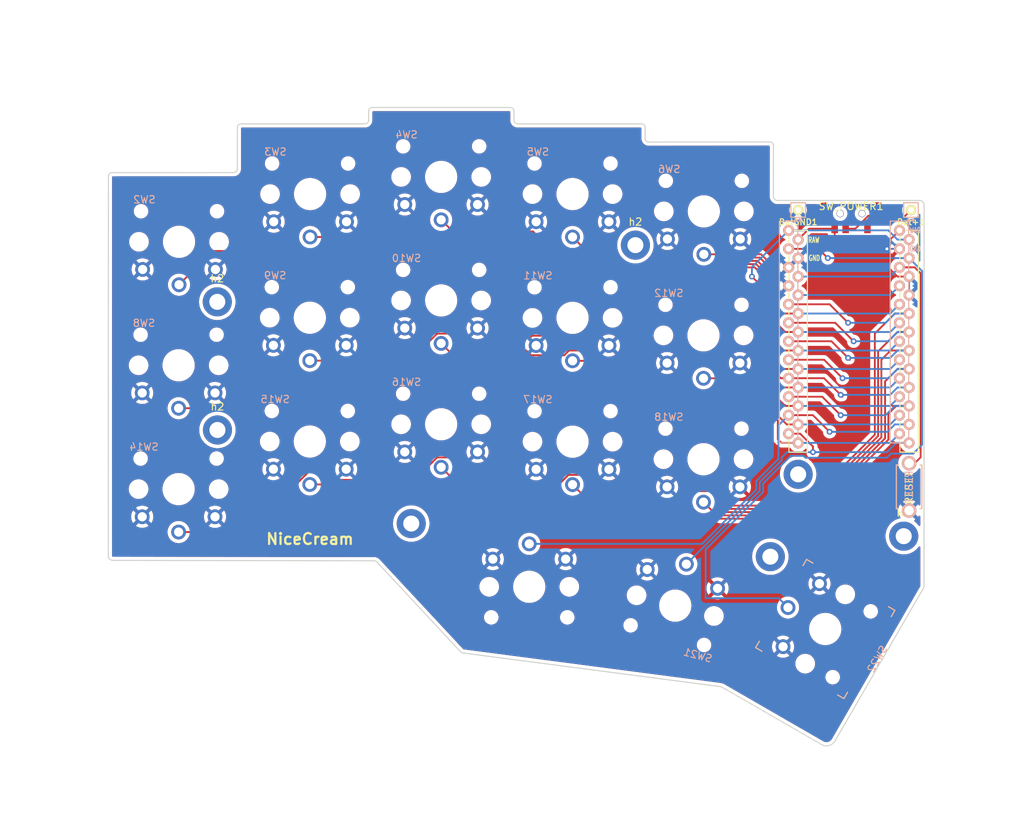
<source format=kicad_pcb>
(kicad_pcb (version 20211014) (generator pcbnew)
  (layers (0 "F.Cu" signal) (31 "B.Cu" signal) (34 "B.Paste" user) (35 "F.Paste" user) (36 "B.SilkS" user "B.Silkscreen") (37 "F.SilkS" user "F.Silkscreen") (38 "B.Mask" user) (39 "F.Mask" user) (44 "Edge.Cuts" user))
  (net 0 "")
  (net 1 "BT+")
  (net 2 "gnd")
  (net 3 "vcc")
  (net 4 "Switch18")
  (net 5 "reset")
  (net 6 "Switch1")
  (net 7 "Switch2")
  (net 8 "Switch3")
  (net 9 "Switch4")
  (net 10 "Switch5")
  (net 11 "Switch6")
  (net 12 "Switch7")
  (net 13 "Switch8")
  (net 14 "Switch9")
  (net 15 "Switch10")
  (net 16 "Switch11")
  (net 17 "Switch12")
  (net 18 "Switch13")
  (net 19 "Switch14")
  (net 20 "Switch15")
  (net 21 "Switch16")
  (net 22 "Switch17")
  (net 23 "Net-(SW_POWER1-Pad1)")
  (net 24 "raw")
  (footprint "kbd:1pin_conn" (layer "F.Cu") (at 186.436 61.214)
    (fp_text reference "Bat+1")
    (fp_text value "MountingHole_Pad" hide)
  )
  (footprint "kbd:1pin_conn" (layer "F.Cu") (at 170.942 61.214)
    (fp_text reference "BatGND1")
    (fp_text value "MountingHole_Pad" hide)
  )
  (footprint "Kailh:SW_PG1350_rev_DPB" (layer "F.Cu") (at 85.91 65.58)
    (fp_text reference "SW2" hide)
    (fp_text value "SW_Push" hide)
  )
  (footprint "Kailh:SW_PG1350_rev_DPB" (layer "F.Cu") (at 103.91 59.02)
    (fp_text reference "SW3" hide)
    (fp_text value "SW_Push" hide)
  )
  (footprint "Kailh:SW_PG1350_rev_DPB" (layer "F.Cu") (at 121.91 56.66)
    (fp_text reference "SW4" hide)
    (fp_text value "SW_Push" hide)
  )
  (footprint "Kailh:SW_PG1350_rev_DPB" (layer "F.Cu") (at 139.954 59.02)
    (fp_text reference "SW5" hide)
    (fp_text value "SW_Push" hide)
  )
  (footprint "Kailh:SW_PG1350_rev_DPB" (layer "F.Cu") (at 157.988 61.4)
    (fp_text reference "SW6" hide)
    (fp_text value "SW_Push" hide)
  )
  (footprint "Kailh:SW_PG1350_rev_DPB" (layer "F.Cu") (at 85.852 82.55)
    (fp_text reference "SW8" hide)
    (fp_text value "SW_Push" hide)
  )
  (footprint "Kailh:SW_PG1350_rev_DPB" (layer "F.Cu") (at 103.87 76.01)
    (fp_text reference "SW9" hide)
    (fp_text value "SW_Push" hide)
  )
  (footprint "Kailh:SW_PG1350_rev_DPB" (layer "F.Cu") (at 121.91 73.64)
    (fp_text reference "SW10" hide)
    (fp_text value "SW_Push" hide)
  )
  (footprint "Kailh:SW_PG1350_rev_DPB" (layer "F.Cu") (at 139.954 76.032)
    (fp_text reference "SW11" hide)
    (fp_text value "SW_Push" hide)
  )
  (footprint "Kailh:SW_PG1350_rev_DPB" (layer "F.Cu") (at 157.94 78.44)
    (fp_text reference "SW12" hide)
    (fp_text value "SW_Push" hide)
  )
  (footprint "Kailh:SW_PG1350_rev_DPB" (layer "F.Cu") (at 85.852 99.568)
    (fp_text reference "SW14" hide)
    (fp_text value "SW_Push" hide)
  )
  (footprint "Kailh:SW_PG1350_rev_DPB" (layer "F.Cu") (at 103.87 93.028)
    (fp_text reference "SW15" hide)
    (fp_text value "SW_Push" hide)
  )
  (footprint "Kailh:SW_PG1350_rev_DPB" (layer "F.Cu") (at 121.91 90.658)
    (fp_text reference "SW16" hide)
    (fp_text value "SW_Push" hide)
  )
  (footprint "Kailh:SW_PG1350_rev_DPB" (layer "F.Cu") (at 139.954 93.05)
    (fp_text reference "SW17" hide)
    (fp_text value "SW_Push" hide)
  )
  (footprint "Kailh:SW_PG1350_rev_DPB" (layer "F.Cu") (at 157.94 95.458)
    (fp_text reference "SW18" hide)
    (fp_text value "SW_Push" hide)
  )
  (footprint "Kailh:SW_PG1350_rev_DPB" (layer "F.Cu") (at 134.01 112.99 180)
    (fp_text reference "SW20" hide)
    (fp_text value "SW_Push" hide)
  )
  (footprint "Kailh:SW_PG1350_rev_DPB" (layer "F.Cu") (at 154.06 115.58 165)
    (fp_text reference "SW21" hide)
    (fp_text value "SW_Push" hide)
  )
  (footprint "Kailh:SPDT_C128955" (layer "F.Cu") (at 178.21 61.6985)
    (fp_text reference "SW_POWER1")
    (fp_text value "SW_SPDT")
  )
  (footprint "Kailh:SW_PG1350_15_reversible_b2" (layer "F.Cu") (at 174.66 118.79 -120)
    (fp_text reference "SW22" hide)
    (fp_text value "SW_Push" hide)
  )
  (footprint "" (layer "F.Cu") (at 167.122 108.852)
    (fp_text reference "")
    (fp_text value "")
  )
  (footprint "" (layer "F.Cu") (at 117.802 104.302)
    (fp_text reference "")
    (fp_text value "")
  )
  (footprint "kbd:LEGO_HOLE" (layer "F.Cu") (at 148.59 66.04)
    (fp_text reference "h2")
    (fp_text value "h2")
  )
  (footprint "kbd:LEGO_HOLE" (layer "F.Cu") (at 91.162 73.832)
    (fp_text reference "h2")
    (fp_text value "h2")
  )
  (footprint "kbd:LEGO_HOLE" (layer "F.Cu") (at 185.442 106.036)
    (fp_text reference "H1")
    (fp_text value "h1")
  )
  (footprint "" (layer "F.Cu") (at 170.942 97.536)
    (fp_text reference "")
    (fp_text value "")
  )
  (footprint "kbd:LEGO_HOLE" (layer "F.Cu") (at 91.186 91.44)
    (fp_text reference "h2")
    (fp_text value "h2")
  )
  (footprint "kbd:ResetSW" (layer "B.Cu") (at 186.182 99.262 -90)
    (fp_text reference "RSW1" hide)
    (fp_text value "SW_Push")
  )
  (footprint "kbd:ProMicro_v2_1min" (layer "B.Cu") (at 177.292 78.486 180)
    (fp_text reference "U1" hide)
    (fp_text value "ProMicro-kbd" hide)
  )
  (gr_arc (start 93.91448 55.56798) (mid 93.768033 55.921533) (end 93.41448 56.06798) (layer "Edge.Cuts") (width 0.15))
  (gr_line (start 167.544382 52.258) (end 167.536334 59.402688) (layer "Edge.Cuts") (width 0.15))
  (gr_arc (start 132.414 49.372) (mid 132.060447 49.225553) (end 131.914 48.872) (layer "Edge.Cuts") (width 0.15))
  (gr_arc (start 131.414 47.122) (mid 131.767553 47.268447) (end 131.914 47.622) (layer "Edge.Cuts") (width 0.15))
  (gr_line (start 76.2 108.712) (end 76.208 56.572) (layer "Edge.Cuts") (width 0.15))
  (gr_arc (start 93.924 49.872) (mid 94.070447 49.518447) (end 94.424 49.372) (layer "Edge.Cuts") (width 0.15))
  (gr_line (start 149.424 49.372) (end 132.414 49.372) (layer "Edge.Cuts") (width 0.15))
  (gr_line (start 112.72448 109.41798) (end 76.807553 109.366447) (layer "Edge.Cuts") (width 0.15))
  (gr_arc (start 149.424 49.372) (mid 149.777553 49.518447) (end 149.924 49.872) (layer "Edge.Cuts") (width 0.15))
  (gr_arc (start 112.72448 109.41798) (mid 112.902561 109.450768) (end 113.057287 109.544832) (layer "Edge.Cuts") (width 0.15))
  (gr_line (start 131.414 47.122) (end 112.454 47.122) (layer "Edge.Cuts") (width 0.15))
  (gr_arc (start 167.05448 51.85798) (mid 167.370716 51.970688) (end 167.544382 52.258) (layer "Edge.Cuts") (width 0.15))
  (gr_line (start 111.454 49.372) (end 94.424 49.372) (layer "Edge.Cuts") (width 0.15))
  (gr_arc (start 111.954 48.872) (mid 111.807553 49.225553) (end 111.454 49.372) (layer "Edge.Cuts") (width 0.15))
  (gr_line (start 111.954 47.622) (end 111.954 48.872) (layer "Edge.Cuts") (width 0.15))
  (gr_arc (start 168.026236 59.898708) (mid 167.707562 59.723512) (end 167.536334 59.402688) (layer "Edge.Cuts") (width 0.15))
  (gr_line (start 93.924 49.872) (end 93.91448 55.56798) (layer "Edge.Cuts") (width 0.15))
  (gr_arc (start 76.807553 109.366447) (mid 76.36106 109.171713) (end 76.2 108.712) (layer "Edge.Cuts") (width 0.15))
  (gr_arc (start 159.834556 126.652344) (mid 160.164952 126.701149) (end 160.489 126.782) (layer "Edge.Cuts") (width 0.15))
  (gr_line (start 167.05448 51.85798) (end 150.424 51.872) (layer "Edge.Cuts") (width 0.15))
  (gr_arc (start 124.870343 122.082957) (mid 124.721399 122.031423) (end 124.59448 121.93798) (layer "Edge.Cuts") (width 0.15))
  (gr_line (start 124.870343 122.082957) (end 159.834556 126.652344) (layer "Edge.Cuts") (width 0.15))
  (gr_line (start 113.057287 109.544832) (end 124.59448 121.93798) (layer "Edge.Cuts") (width 0.15))
  (gr_line (start 93.41448 56.06798) (end 76.708 56.072) (layer "Edge.Cuts") (width 0.15))
  (gr_arc (start 76.208 56.572) (mid 76.354447 56.218447) (end 76.708 56.072) (layer "Edge.Cuts") (width 0.15))
  (gr_arc (start 187.74 59.898708) (mid 188.100639 60.140394) (end 188.24 60.551553) (layer "Edge.Cuts") (width 0.15))
  (gr_line (start 175.97448 134.22798) (end 188.22448 113.04798) (layer "Edge.Cuts") (width 0.15))
  (gr_arc (start 111.954 47.622) (mid 112.100447 47.268447) (end 112.454 47.122) (layer "Edge.Cuts") (width 0.15))
  (gr_line (start 187.74 59.898708) (end 168.026236 59.898708) (layer "Edge.Cuts") (width 0.15))
  (gr_line (start 149.924 51.372) (end 149.924 49.872) (layer "Edge.Cuts") (width 0.15))
  (gr_line (start 188.24 60.551553) (end 188.22448 113.04798) (layer "Edge.Cuts") (width 0.15))
  (gr_arc (start 175.97448 134.22798) (mid 175.089286 134.818132) (end 174.046468 134.607471) (layer "Edge.Cuts") (width 0.15))
  (gr_arc (start 150.424 51.872) (mid 150.070447 51.725553) (end 149.924 51.372) (layer "Edge.Cuts") (width 0.15))
  (gr_line (start 131.914 48.872) (end 131.914 47.622) (layer "Edge.Cuts") (width 0.15))
  (gr_line (start 160.489 126.782) (end 174.046468 134.607471) (layer "Edge.Cuts") (width 0.15))
  (gr_text "NiceCream" (at 103.886 106.426) (layer "F.SilkS") (effects (font (size 1.5 1.5) (thickness 0.3))))
  (segment (start 184.705989 62.023989) (end 180.550561 62.023989) (width 0.25) (layer "F.Cu") (net 1))
  (segment (start 186.436 61.214) (end 185.166 62.484) (width 0.25) (layer "F.Cu") (net 1))
  (segment (start 180.550561 62.023989) (end 178.80105 63.7735) (width 0.25) (layer "F.Cu") (net 1))
  (segment (start 178.80105 63.7735) (end 177.46 63.7735) (width 0.25) (layer "F.Cu") (net 1))
  (segment (start 185.166 62.484) (end 184.705989 62.023989) (width 0.25) (layer "F.Cu") (net 1))
  (segment (start 183.134 66.548) (end 183.134 68.90296) (width 0.25) (layer "F.Cu") (net 2))
  (segment (start 183.134 68.90296) (end 184.58904 70.358) (width 0.25) (layer "F.Cu") (net 2))
  (segment (start 184.58904 70.358) (end 186.182 70.358) (width 0.25) (layer "F.Cu") (net 2))
  (via (at 183.134 66.548) (size 0.8) (drill 0.4) (layers "F.Cu" "B.Cu") (net 2))
  (segment (start 172.212 66.548) (end 170.942 67.818) (width 0.25) (layer "B.Cu") (net 2))
  (segment (start 183.134 66.548) (end 172.212 66.548) (width 0.25) (layer "B.Cu") (net 2))
  (segment (start 184.8556 66.548) (end 183.134 66.548) (width 0.25) (layer "B.Cu") (net 2))
  (segment (start 186.182 72.898) (end 186.182 70.358) (width 0.25) (layer "B.Cu") (net 2))
  (segment (start 170.942 72.898) (end 183.5856 72.898) (width 0.25) (layer "B.Cu") (net 3))
  (segment (start 183.5856 72.898) (end 184.8556 71.628) (width 0.25) (layer "B.Cu") (net 3))
  (segment (start 173.736 66.548) (end 175.006 67.818) (width 0.25) (layer "F.Cu") (net 4))
  (segment (start 169.6356 66.548) (end 173.736 66.548) (width 0.25) (layer "F.Cu") (net 4))
  (via (at 175.006 67.818) (size 0.8) (drill 0.4) (layers "F.Cu" "B.Cu") (net 4))
  (segment (start 166.121379 99.982409) (end 158.242 107.861788) (width 0.25) (layer "B.Cu") (net 4))
  (segment (start 171.943356 95.25) (end 171.689356 94.996) (width 0.25) (layer "B.Cu") (net 4))
  (segment (start 186.182 67.818) (end 187.96 69.596) (width 0.25) (layer "B.Cu") (net 4))
  (segment (start 187.96 93.472) (end 186.744511 94.687489) (width 0.25) (layer "B.Cu") (net 4))
  (segment (start 158.242 114.554) (end 168.26445 114.554) (width 0.25) (layer "B.Cu") (net 4))
  (segment (start 158.242 107.861788) (end 158.242 114.554) (width 0.25) (layer "B.Cu") (net 4))
  (segment (start 183.134 95.25) (end 171.943356 95.25) (width 0.25) (layer "B.Cu") (net 4))
  (segment (start 168.26445 114.554) (end 169.55045 115.84) (width 0.25) (layer "B.Cu") (net 4))
  (segment (start 166.121379 98.802056) (end 166.121379 99.982409) (width 0.25) (layer "B.Cu") (net 4))
  (segment (start 169.927435 94.996) (end 166.121379 98.802056) (width 0.25) (layer "B.Cu") (net 4))
  (segment (start 187.96 69.596) (end 187.96 93.472) (width 0.25) (layer "B.Cu") (net 4))
  (segment (start 186.744511 94.687489) (end 183.696511 94.687489) (width 0.25) (layer "B.Cu") (net 4))
  (segment (start 183.696511 94.687489) (end 183.134 95.25) (width 0.25) (layer "B.Cu") (net 4))
  (segment (start 186.182 67.818) (end 175.006 67.818) (width 0.25) (layer "B.Cu") (net 4))
  (segment (start 171.689356 94.996) (end 169.927435 94.996) (width 0.25) (layer "B.Cu") (net 4))
  (segment (start 186.944 96.012) (end 187.766511 95.189489) (width 0.25) (layer "F.Cu") (net 5))
  (segment (start 184.8556 69.088) (end 186.944 69.088) (width 0.25) (layer "F.Cu") (net 5))
  (segment (start 184.8556 69.088) (end 186.44856 69.088) (width 0.25) (layer "F.Cu") (net 5))
  (segment (start 186.944 69.088) (end 187.766511 69.910511) (width 0.25) (layer "F.Cu") (net 5))
  (segment (start 187.766511 69.910511) (end 187.766511 95.189489) (width 0.25) (layer "F.Cu") (net 5))
  (segment (start 186.182 96.012) (end 186.944 96.012) (width 0.25) (layer "F.Cu") (net 5))
  (segment (start 170.942 70.358) (end 183.5856 70.358) (width 0.25) (layer "B.Cu") (net 5))
  (segment (start 183.5856 70.358) (end 184.8556 69.088) (width 0.25) (layer "B.Cu") (net 5))
  (segment (start 133.615833 65.36952) (end 138.884874 70.63856) (width 0.25) (layer "F.Cu") (net 6))
  (segment (start 174.498 84.328) (end 176.784 86.614) (width 0.25) (layer "F.Cu") (net 6))
  (segment (start 112.268 65.36952) (end 133.615833 65.36952) (width 0.25) (layer "F.Cu") (net 6))
  (segment (start 161.409072 69.09808) (end 164.981604 69.09808) (width 0.25) (layer "F.Cu") (net 6))
  (segment (start 85.91 71.48) (end 90.548156 66.841844) (width 0.25) (layer "F.Cu") (net 6))
  (segment (start 168.55797 84.328) (end 169.6356 84.328) (width 0.25) (layer "F.Cu") (net 6))
  (segment (start 166.01296 81.78299) (end 168.55797 84.328) (width 0.25) (layer "F.Cu") (net 6))
  (segment (start 138.884874 70.63856) (end 159.868592 70.63856) (width 0.25) (layer "F.Cu") (net 6))
  (segment (start 166.01296 70.129436) (end 166.01296 81.78299) (width 0.25) (layer "F.Cu") (net 6))
  (segment (start 164.981604 69.09808) (end 166.01296 70.129436) (width 0.25) (layer "F.Cu") (net 6))
  (segment (start 90.548156 66.841844) (end 110.795676 66.841844) (width 0.25) (layer "F.Cu") (net 6))
  (segment (start 110.795676 66.841844) (end 112.268 65.36952) (width 0.25) (layer "F.Cu") (net 6))
  (segment (start 159.868592 70.63856) (end 161.409072 69.09808) (width 0.25) (layer "F.Cu") (net 6))
  (segment (start 169.6356 84.328) (end 174.498 84.328) (width 0.25) (layer "F.Cu") (net 6))
  (segment (start 176.784 86.614) (end 177.038 86.868) (width 0.25) (layer "F.Cu") (net 6))
  (via (at 176.784 86.614) (size 0.8) (drill 0.4) (layers "F.Cu" "B.Cu") (net 6))
  (segment (start 183.57304 86.614) (end 184.58904 85.598) (width 0.25) (layer "B.Cu") (net 6))
  (segment (start 176.784 86.614) (end 183.57304 86.614) (width 0.25) (layer "B.Cu") (net 6))
  (segment (start 184.58904 85.598) (end 186.182 85.598) (width 0.25) (layer "B.Cu") (net 6))
  (segment (start 165.167802 68.64856) (end 166.46248 69.943238) (width 0.25) (layer "F.Cu") (net 7))
  (segment (start 159.682395 70.18904) (end 161.222875 68.64856) (width 0.25) (layer "F.Cu") (net 7))
  (segment (start 168.91 83.058) (end 170.942 83.058) (width 0.25) (layer "F.Cu") (net 7))
  (segment (start 161.222875 68.64856) (end 165.167802 68.64856) (width 0.25) (layer "F.Cu") (net 7))
  (segment (start 133.802031 64.92) (end 139.071071 70.18904) (width 0.25) (layer "F.Cu") (net 7))
  (segment (start 166.46248 80.61048) (end 168.91 83.058) (width 0.25) (layer "F.Cu") (net 7))
  (segment (start 166.46248 69.943238) (end 166.46248 80.61048) (width 0.25) (layer "F.Cu") (net 7))
  (segment (start 139.071071 70.18904) (end 159.682395 70.18904) (width 0.25) (layer "F.Cu") (net 7))
  (segment (start 103.91 64.92) (end 133.802031 64.92) (width 0.25) (layer "F.Cu") (net 7))
  (segment (start 183.5856 83.058) (end 184.8556 81.788) (width 0.25) (layer "B.Cu") (net 7))
  (segment (start 170.942 83.058) (end 183.5856 83.058) (width 0.25) (layer "B.Cu") (net 7))
  (segment (start 166.912 69.806) (end 166.912 78.427938) (width 0.25) (layer "F.Cu") (net 8))
  (segment (start 134.518511 64.160511) (end 140.09752 69.73952) (width 0.25) (layer "F.Cu") (net 8))
  (segment (start 159.496197 69.73952) (end 161.036677 68.19904) (width 0.25) (layer "F.Cu") (net 8))
  (segment (start 169.002062 80.518) (end 170.942 80.518) (width 0.25) (layer "F.Cu") (net 8))
  (segment (start 140.09752 69.73952) (end 159.496197 69.73952) (width 0.25) (layer "F.Cu") (net 8))
  (segment (start 166.93648 69.78152) (end 166.912 69.806) (width 0.25) (layer "F.Cu") (net 8))
  (segment (start 123.510511 64.160511) (end 134.518511 64.160511) (width 0.25) (layer "F.Cu") (net 8))
  (segment (start 166.912 78.427938) (end 169.002062 80.518) (width 0.25) (layer "F.Cu") (net 8))
  (segment (start 161.036677 68.19904) (end 165.354 68.19904) (width 0.25) (layer "F.Cu") (net 8))
  (segment (start 121.91 62.56) (end 123.510511 64.160511) (width 0.25) (layer "F.Cu") (net 8))
  (segment (start 165.354 68.19904) (end 166.93648 69.78152) (width 0.25) (layer "F.Cu") (net 8))
  (segment (start 183.5856 80.518) (end 184.8556 79.248) (width 0.25) (layer "B.Cu") (net 8))
  (segment (start 170.942 80.518) (end 183.5856 80.518) (width 0.25) (layer "B.Cu") (net 8))
  (segment (start 167.386 76.2) (end 169.164 77.978) (width 0.25) (layer "F.Cu") (net 9))
  (segment (start 165.665802 67.74952) (end 167.386 69.469718) (width 0.25) (layer "F.Cu") (net 9))
  (segment (start 159.31 69.29) (end 160.85048 67.74952) (width 0.25) (layer "F.Cu") (net 9))
  (segment (start 144.324 69.29) (end 159.31 69.29) (width 0.25) (layer "F.Cu") (net 9))
  (segment (start 139.954 64.92) (end 144.324 69.29) (width 0.25) (layer "F.Cu") (net 9))
  (segment (start 169.164 77.978) (end 170.942 77.978) (width 0.25) (layer "F.Cu") (net 9))
  (segment (start 167.386 69.469718) (end 167.386 76.2) (width 0.25) (layer "F.Cu") (net 9))
  (segment (start 160.85048 67.74952) (end 165.665802 67.74952) (width 0.25) (layer "F.Cu") (net 9))
  (segment (start 183.5856 77.978) (end 184.8556 76.708) (width 0.25) (layer "B.Cu") (net 9))
  (segment (start 170.942 77.978) (end 183.5856 77.978) (width 0.25) (layer "B.Cu") (net 9))
  (segment (start 165.852 67.3) (end 167.86952 69.31752) (width 0.25) (layer "F.Cu") (net 10))
  (segment (start 167.86952 69.31752) (end 167.86952 75.15952) (width 0.25) (layer "F.Cu") (net 10))
  (segment (start 168.148 75.438) (end 167.86952 75.15952) (width 0.25) (layer "F.Cu") (net 10))
  (segment (start 157.988 67.3) (end 165.852 67.3) (width 0.25) (layer "F.Cu") (net 10))
  (segment (start 170.942 75.438) (end 168.148 75.438) (width 0.25) (layer "F.Cu") (net 10))
  (segment (start 170.942 75.438) (end 183.5856 75.438) (width 0.25) (layer "B.Cu") (net 10))
  (segment (start 183.5856 75.438) (end 184.8556 74.168) (width 0.25) (layer "B.Cu") (net 10))
  (segment (start 95.43423 88.45) (end 100.832115 83.052115) (width 0.25) (layer "F.Cu") (net 11))
  (segment (start 137.092197 78.03648) (end 138.674677 79.61896) (width 0.25) (layer "F.Cu") (net 11))
  (segment (start 100.210511 82.430511) (end 100.210511 81.907489) (width 0.25) (layer "F.Cu") (net 11))
  (segment (start 149.284198 86.925046) (end 164.534954 86.925046) (width 0.25) (layer "F.Cu") (net 11))
  (segment (start 117.458032 81.46048) (end 121.168543 77.749969) (width 0.25) (layer "F.Cu") (net 11))
  (segment (start 164.534954 86.925046) (end 165.862 85.598) (width 0.25) (layer "F.Cu") (net 11))
  (segment (start 100.210511 81.907489) (end 102.616 79.502) (width 0.25) (layer "F.Cu") (net 11))
  (segment (start 141.978112 79.61896) (end 149.284198 86.925046) (width 0.25) (layer "F.Cu") (net 11))
  (segment (start 100.832115 83.052115) (end 100.210511 82.430511) (width 0.25) (layer "F.Cu") (net 11))
  (segment (start 121.168543 77.749969) (end 123.469969 77.749969) (width 0.25) (layer "F.Cu") (net 11))
  (segment (start 102.616 79.502) (end 105.22952 79.502) (width 0.25) (layer "F.Cu") (net 11))
  (segment (start 138.674677 79.61896) (end 141.978112 79.61896) (width 0.25) (layer "F.Cu") (net 11))
  (segment (start 123.469969 77.749969) (end 125.59296 79.87296) (width 0.25) (layer "F.Cu") (net 11))
  (segment (start 125.59296 79.87296) (end 130.900344 79.87296) (width 0.25) (layer "F.Cu") (net 11))
  (segment (start 85.852 88.45) (end 95.43423 88.45) (width 0.25) (layer "F.Cu") (net 11))
  (segment (start 105.22952 79.502) (end 107.188 81.46048) (width 0.25) (layer "F.Cu") (net 11))
  (segment (start 164.534954 86.925046) (end 164.649046 86.925046) (width 0.25) (layer "F.Cu") (net 11))
  (segment (start 165.862 85.598) (end 170.942 85.598) (width 0.25) (layer "F.Cu") (net 11))
  (segment (start 107.188 81.46048) (end 117.458032 81.46048) (width 0.25) (layer "F.Cu") (net 11))
  (segment (start 132.736824 78.03648) (end 137.092197 78.03648) (width 0.25) (layer "F.Cu") (net 11))
  (segment (start 130.900344 79.87296) (end 132.736824 78.03648) (width 0.25) (layer "F.Cu") (net 11))
  (segment (start 183.5856 85.598) (end 184.8556 84.328) (width 0.25) (layer "B.Cu") (net 11))
  (segment (start 170.942 85.598) (end 183.5856 85.598) (width 0.25) (layer "B.Cu") (net 11))
  (segment (start 124.77248 80.32248) (end 131.086542 80.32248) (width 0.25) (layer "F.Cu") (net 12))
  (segment (start 117.64423 81.91) (end 121.354741 78.199489) (width 0.25) (layer "F.Cu") (net 12))
  (segment (start 136.906 78.486) (end 138.48848 80.06848) (width 0.25) (layer "F.Cu") (net 12))
  (segment (start 134.40423 78.486) (end 136.906 78.486) (width 0.25) (layer "F.Cu") (net 12))
  (segment (start 132.628511 78.780511) (end 134.109719 78.780511) (width 0.25) (layer "F.Cu") (net 12))
  (segment (start 169.164 88.011718) (end 169.164 88.138) (width 0.25) (layer "F.Cu") (net 12))
  (segment (start 138.48848 80.06848) (end 141.791914 80.06848) (width 0.25) (layer "F.Cu") (net 12))
  (segment (start 141.791914 80.06848) (end 149.098 87.374566) (width 0.25) (layer "F.Cu") (net 12))
  (segment (start 123.603511 79.153511) (end 124.77248 80.32248) (width 0.25) (layer "F.Cu") (net 12))
  (segment (start 123.603511 78.834489) (end 123.603511 79.153511) (width 0.25) (layer "F.Cu") (net 12))
  (segment (start 103.87 81.91) (end 117.64423 81.91) (width 0.25) (layer "F.Cu") (net 12))
  (segment (start 134.109719 78.780511) (end 134.40423 78.486) (width 0.25) (layer "F.Cu") (net 12))
  (segment (start 131.086542 80.32248) (end 132.628511 78.780511) (width 0.25) (layer "F.Cu") (net 12))
  (segment (start 169.164 88.138) (end 170.942 88.138) (width 0.25) (layer "F.Cu") (net 12))
  (segment (start 168.400566 87.374566) (end 169.164 88.138) (width 0.25) (layer "F.Cu") (net 12))
  (segment (start 121.354741 78.199489) (end 122.903489 78.199489) (width 0.25) (layer "F.Cu") (net 12))
  (segment (start 123.538489 78.834489) (end 123.603511 78.834489) (width 0.25) (layer "F.Cu") (net 12))
  (segment (start 122.903489 78.199489) (end 123.538489 78.834489) (width 0.25) (layer "F.Cu") (net 12))
  (segment (start 149.098 87.374566) (end 168.400566 87.374566) (width 0.25) (layer "F.Cu") (net 12))
  (segment (start 183.5856 88.138) (end 184.8556 86.868) (width 0.25) (layer "B.Cu") (net 12))
  (segment (start 170.942 88.138) (end 183.5856 88.138) (width 0.25) (layer "B.Cu") (net 12))
  (segment (start 123.142 80.772) (end 133.35 80.772) (width 0.25) (layer "F.Cu") (net 13))
  (segment (start 133.604 80.518) (end 134.258511 81.172511) (width 0.25) (layer "F.Cu") (net 13))
  (segment (start 148.911803 87.824086) (end 166.515126 87.824086) (width 0.25) (layer "F.Cu") (net 13))
  (segment (start 141.605717 80.518) (end 148.911803 87.824086) (width 0.25) (layer "F.Cu") (net 13))
  (segment (start 134.258511 81.172511) (end 138.817719 81.172511) (width 0.25) (layer "F.Cu") (net 13))
  (segment (start 166.515126 87.824086) (end 169.36904 90.678) (width 0.25) (layer "F.Cu") (net 13))
  (segment (start 139.47223 80.518) (end 141.605717 80.518) (width 0.25) (layer "F.Cu") (net 13))
  (segment (start 133.35 80.772) (end 133.604 80.518) (width 0.25) (layer "F.Cu") (net 13))
  (segment (start 138.817719 81.172511) (end 139.47223 80.518) (width 0.25) (layer "F.Cu") (net 13))
  (segment (start 121.91 79.54) (end 123.142 80.772) (width 0.25) (layer "F.Cu") (net 13))
  (segment (start 169.36904 90.678) (end 170.942 90.678) (width 0.25) (layer "F.Cu") (net 13))
  (segment (start 183.5856 90.678) (end 184.8556 89.408) (width 0.25) (layer "B.Cu") (net 13))
  (segment (start 170.942 90.678) (end 183.5856 90.678) (width 0.25) (layer "B.Cu") (net 13))
  (segment (start 142.384 81.932) (end 148.844 88.392) (width 0.25) (layer "F.Cu") (net 14))
  (segment (start 166.37 88.392) (end 168.148 90.17) (width 0.25) (layer "F.Cu") (net 14))
  (segment (start 168.148 90.17) (end 168.148 92.71) (width 0.25) (layer "F.Cu") (net 14))
  (segment (start 139.954 81.932) (end 142.384 81.932) (width 0.25) (layer "F.Cu") (net 14))
  (segment (start 168.148 92.71) (end 168.656 93.218) (width 0.25) (layer "F.Cu") (net 14))
  (segment (start 168.656 93.218) (end 170.942 93.218) (width 0.25) (layer "F.Cu") (net 14))
  (segment (start 148.844 88.392) (end 166.37 88.392) (width 0.25) (layer "F.Cu") (net 14))
  (segment (start 170.942 93.218) (end 183.5856 93.218) (width 0.25) (layer "B.Cu") (net 14))
  (segment (start 183.5856 93.218) (end 184.8556 91.948) (width 0.25) (layer "B.Cu") (net 14))
  (segment (start 157.94 84.34) (end 164.834 84.34) (width 0.25) (layer "F.Cu") (net 15))
  (segment (start 165.56344 71.32944) (end 164.592 70.358) (width 0.25) (layer "F.Cu") (net 15))
  (segment (start 165.56344 83.61056) (end 165.56344 71.32944) (width 0.25) (layer "F.Cu") (net 15))
  (segment (start 164.834 84.34) (end 165.56344 83.61056) (width 0.25) (layer "F.Cu") (net 15))
  (via (at 164.592 70.358) (size 0.8) (drill 0.4) (layers "F.Cu" "B.Cu") (net 15))
  (segment (start 169.6356 64.008) (end 164.592 69.0516) (width 0.25) (layer "B.Cu") (net 15))
  (segment (start 184.58904 65.278) (end 186.182 65.278) (width 0.25) (layer "B.Cu") (net 15))
  (segment (start 169.6356 64.008) (end 183.31904 64.008) (width 0.25) (layer "B.Cu") (net 15))
  (segment (start 183.31904 64.008) (end 184.58904 65.278) (width 0.25) (layer "B.Cu") (net 15))
  (segment (start 164.592 69.0516) (end 164.592 70.358) (width 0.25) (layer "B.Cu") (net 15))
  (segment (start 181.472242 78.18782) (end 181.472242 92.082886) (width 0.25) (layer "F.Cu") (net 16))
  (segment (start 150.036876 99.74344) (end 144.754396 99.74344) (width 0.25) (layer "F.Cu") (net 16))
  (segment (start 175.26 74.168) (end 177.8 76.708) (width 0.25) (layer "F.Cu") (net 16))
  (segment (start 151.560876 101.26744) (end 150.036876 99.74344) (width 0.25) (layer "F.Cu") (net 16))
  (segment (start 131.650907 99.391471) (end 129.912396 97.65296) (width 0.25) (layer "F.Cu") (net 16))
  (segment (start 184.222062 75.438) (end 181.472242 78.18782) (width 0.25) (layer "F.Cu") (net 16))
  (segment (start 161.52392 101.83392) (end 161.42704 101.73704) (width 0.25) (layer "F.Cu") (net 16))
  (segment (start 169.6356 74.168) (end 175.26 74.168) (width 0.25) (layer "F.Cu") (net 16))
  (segment (start 123.343687 94.767969) (end 120.370031 94.767969) (width 0.25) (layer "F.Cu") (net 16))
  (segment (start 120.370031 94.767969) (end 116.84 98.298) (width 0.25) (layer "F.Cu") (net 16))
  (segment (start 104.12823 96.774) (end 95.43423 105.468) (width 0.25) (layer "F.Cu") (net 16))
  (segment (start 153.619406 101.26744) (end 151.560876 101.26744) (width 0.25) (layer "F.Cu") (net 16))
  (segment (start 161.42704 101.73704) (end 161.486238 101.677842) (width 0.25) (layer "F.Cu") (net 16))
  (segment (start 160.084576 98.487423) (end 156.399423 98.487423) (width 0.25) (layer "F.Cu") (net 16))
  (segment (start 156.399423 98.487423) (end 153.619406 101.26744) (width 0.25) (layer "F.Cu") (net 16))
  (segment (start 139.026347 96.710449) (end 136.345323 99.391471) (width 0.25) (layer "F.Cu") (net 16))
  (segment (start 116.84 98.298) (end 105.65223 98.298) (width 0.25) (layer "F.Cu") (net 16))
  (segment (start 95.43423 105.468) (end 85.852 105.468) (width 0.25) (layer "F.Cu") (net 16))
  (segment (start 105.65223 98.298) (end 104.12823 96.774) (width 0.25) (layer "F.Cu") (net 16))
  (segment (start 141.721405 96.710449) (end 139.026347 96.710449) (width 0.25) (layer "F.Cu") (net 16))
  (segment (start 171.721208 101.83392) (end 161.52392 101.83392) (width 0.25) (layer "F.Cu") (net 16))
  (segment (start 181.472242 92.082886) (end 171.721208 101.83392) (width 0.25) (layer "F.Cu") (net 16))
  (segment (start 186.182 75.438) (end 184.222062 75.438) (width 0.25) (layer "F.Cu") (net 16))
  (segment (start 129.912396 97.65296) (end 126.228678 97.65296) (width 0.25) (layer "F.Cu") (net 16))
  (segment (start 136.345323 99.391471) (end 131.650907 99.391471) (width 0.25) (layer "F.Cu") (net 16))
  (segment (start 126.228678 97.65296) (end 123.343687 94.767969) (width 0.25) (layer "F.Cu") (net 16))
  (segment (start 161.486238 99.889085) (end 160.084576 98.487423) (width 0.25) (layer "F.Cu") (net 16))
  (segment (start 161.486238 101.677842) (end 161.486238 99.889085) (width 0.25) (layer "F.Cu") (net 16))
  (segment (start 144.754396 99.74344) (end 141.721405 96.710449) (width 0.25) (layer "F.Cu") (net 16))
  (via (at 177.8 76.708) (size 0.8) (drill 0.4) (layers "F.Cu" "B.Cu") (net 16))
  (segment (start 184.221318 75.438) (end 182.951318 76.708) (width 0.25) (layer "B.Cu") (net 16))
  (segment (start 186.182 75.438) (end 184.221318 75.438) (width 0.25) (layer "B.Cu") (net 16))
  (segment (start 182.951318 76.708) (end 177.8 76.708) (width 0.25) (layer "B.Cu") (net 16))
  (segment (start 160.97752 100.13448) (end 161.036718 100.075282) (width 0.25) (layer "F.Cu") (net 17))
  (segment (start 171.907406 102.28344) (end 161.15296 102.28344) (width 0.25) (layer "F.Cu") (net 17))
  (segment (start 151.374678 101.71696) (end 149.850678 100.19296) (width 0.25) (layer "F.Cu") (net 17))
  (segment (start 181.921762 92.269084) (end 171.907406 102.28344) (width 0.25) (layer "F.Cu") (net 17))
  (segment (start 161.036718 100.075282) (end 159.903567 98.942132) (width 0.25) (layer "F.Cu") (net 17))
  (segment (start 141.535207 97.159969) (end 139.212544 97.159969) (width 0.25) (layer "F.Cu") (net 17))
  (segment (start 131.464709 99.840991) (end 129.726198 98.10248) (width 0.25) (layer "F.Cu") (net 17))
  (segment (start 176.022 76.708) (end 178.562 79.248) (width 0.25) (layer "F.Cu") (net 17))
  (segment (start 160.97752 102.108) (end 160.97752 100.13448) (width 0.25) (layer "F.Cu") (net 17))
  (segment (start 144.568198 100.19296) (end 141.535207 97.159969) (width 0.25) (layer "F.Cu") (net 17))
  (segment (start 121.354741 95.217489) (end 117.64423 98.928) (width 0.25) (layer "F.Cu") (net 17))
  (segment (start 129.726198 98.10248) (end 126.04248 98.10248) (width 0.25) (layer "F.Cu") (net 17))
  (segment (start 186.182 77.978) (end 184.58904 77.978) (width 0.25) (layer "F.Cu") (net 17))
  (segment (start 159.903567 98.942132) (end 156.580434 98.942132) (width 0.25) (layer "F.Cu") (net 17))
  (segment (start 117.64423 98.928) (end 103.87 98.928) (width 0.25) (layer "F.Cu") (net 17))
  (segment (start 153.805604 101.71696) (end 151.374678 101.71696) (width 0.25) (layer "F.Cu") (net 17))
  (segment (start 149.850678 100.19296) (end 144.568198 100.19296) (width 0.25) (layer "F.Cu") (net 17))
  (segment (start 161.15296 102.28344) (end 160.97752 102.108) (width 0.25) (layer "F.Cu") (net 17))
  (segment (start 139.212544 97.159969) (end 136.531521 99.840991) (width 0.25) (layer "F.Cu") (net 17))
  (segment (start 126.04248 98.10248) (end 123.157489 95.217489) (width 0.25) (layer "F.Cu") (net 17))
  (segment (start 181.921762 80.645278) (end 181.921762 92.269084) (width 0.25) (layer "F.Cu") (net 17))
  (segment (start 136.531521 99.840991) (end 131.464709 99.840991) (width 0.25) (layer "F.Cu") (net 17))
  (segment (start 123.157489 95.217489) (end 121.354741 95.217489) (width 0.25) (layer "F.Cu") (net 17))
  (segment (start 169.6356 76.708) (end 176.022 76.708) (width 0.25) (layer "F.Cu") (net 17))
  (segment (start 156.580434 98.942132) (end 153.805604 101.71696) (width 0.25) (layer "F.Cu") (net 17))
  (segment (start 184.58904 77.978) (end 181.921762 80.645278) (width 0.25) (layer "F.Cu") (net 17))
  (via (at 178.562 79.248) (size 0.8) (drill 0.4) (layers "F.Cu" "B.Cu") (net 17))
  (segment (start 178.562 79.248) (end 183.31904 79.248) (width 0.25) (layer "B.Cu") (net 17))
  (segment (start 183.31904 79.248) (end 184.58904 77.978) (width 0.25) (layer "B.Cu") (net 17))
  (segment (start 184.58904 77.978) (end 186.182 77.978) (width 0.25) (layer "B.Cu") (net 17))
  (segment (start 183.642 80.518) (end 182.371282 81.788718) (width 0.25) (layer "F.Cu") (net 18))
  (segment (start 141.349009 97.609489) (end 139.398741 97.609489) (width 0.25) (layer "F.Cu") (net 18))
  (segment (start 139.398741 97.609489) (end 136.717719 100.290511) (width 0.25) (layer "F.Cu") (net 18))
  (segment (start 175.514 79.248) (end 177.8 81.534) (width 0.25) (layer "F.Cu") (net 18))
  (segment (start 129.286 98.806) (end 124.158 98.806) (width 0.25) (layer "F.Cu") (net 18))
  (segment (start 131.278511 100.290511) (end 129.54 98.552) (width 0.25) (layer "F.Cu") (net 18))
  (segment (start 124.158 98.806) (end 121.91 96.558) (width 0.25) (layer "F.Cu") (net 18))
  (segment (start 177.8 81.534) (end 178.054 81.788) (width 0.25) (layer "F.Cu") (net 18))
  (segment (start 169.6356 79.248) (end 175.514 79.248) (width 0.25) (layer "F.Cu") (net 18))
  (segment (start 156.766631 99.391652) (end 153.991802 102.16648) (width 0.25) (layer "F.Cu") (net 18))
  (segment (start 129.54 98.552) (end 129.286 98.806) (width 0.25) (layer "F.Cu") (net 18))
  (segment (start 159.71737 99.391652) (end 156.766631 99.391652) (width 0.25) (layer "F.Cu") (net 18))
  (segment (start 186.182 80.518) (end 183.642 80.518) (width 0.25) (layer "F.Cu") (net 18))
  (segment (start 182.371282 92.455282) (end 172.093604 102.73296) (width 0.25) (layer "F.Cu") (net 18))
  (segment (start 149.66448 100.64248) (end 143.31448 100.64248) (width 0.25) (layer "F.Cu") (net 18))
  (segment (start 153.991802 102.16648) (end 151.18848 102.16648) (width 0.25) (layer "F.Cu") (net 18))
  (segment (start 143.31448 100.64248) (end 141.63076 98.95876) (width 0.25) (layer "F.Cu") (net 18))
  (segment (start 141.63076 97.89124) (end 141.349009 97.609489) (width 0.25) (layer "F.Cu") (net 18))
  (segment (start 160.528 102.616) (end 160.528 100.202282) (width 0.25) (layer "F.Cu") (net 18))
  (segment (start 172.093604 102.73296) (end 160.64496 102.73296) (width 0.25) (layer "F.Cu") (net 18))
  (segment (start 136.717719 100.290511) (end 131.278511 100.290511) (width 0.25) (layer "F.Cu") (net 18))
  (segment (start 182.371282 81.788718) (end 182.371282 92.455282) (width 0.25) (layer "F.Cu") (net 18))
  (segment (start 141.63076 98.95876) (end 141.63076 97.89124) (width 0.25) (layer "F.Cu") (net 18))
  (segment (start 151.18848 102.16648) (end 149.66448 100.64248) (width 0.25) (layer "F.Cu") (net 18))
  (segment (start 160.64496 102.73296) (end 160.528 102.616) (width 0.25) (layer "F.Cu") (net 18))
  (segment (start 160.528 100.202282) (end 159.71737 99.391652) (width 0.25) (layer "F.Cu") (net 18))
  (via (at 177.8 81.534) (size 0.8) (drill 0.4) (layers "F.Cu" "B.Cu") (net 18))
  (segment (start 177.8 81.534) (end 183.57304 81.534) (width 0.25) (layer "B.Cu") (net 18))
  (segment (start 184.58904 80.518) (end 186.182 80.518) (width 0.25) (layer "B.Cu") (net 18))
  (segment (start 183.57304 81.534) (end 184.58904 80.518) (width 0.25) (layer "B.Cu") (net 18))
  (segment (start 182.88 92.582282) (end 172.279802 103.18248) (width 0.25) (layer "F.Cu") (net 19))
  (segment (start 174.498 81.788) (end 177.038 84.328) (width 0.25) (layer "F.Cu") (net 19))
  (segment (start 186.182 83.058) (end 184.58904 83.058) (width 0.25) (layer "F.Cu") (net 19))
  (segment (start 160.02 102.802282) (end 160.02 100.349172) (width 0.25) (layer "F.Cu") (net 19))
  (segment (start 150.876 102.616) (end 149.352 101.092) (width 0.25) (layer "F.Cu") (net 19))
  (segment (start 156.952828 99.841172) (end 154.178 102.616) (width 0.25) (layer "F.Cu") (net 19))
  (segment (start 160.400198 103.18248) (end 160.02 102.802282) (width 0.25) (layer "F.Cu") (net 19))
  (segment (start 159.512 99.841172) (end 156.952828 99.841172) (width 0.25) (layer "F.Cu") (net 19))
  (segment (start 169.6356 81.788) (end 174.498 81.788) (width 0.25) (layer "F.Cu") (net 19))
  (segment (start 172.279802 103.18248) (end 160.400198 103.18248) (width 0.25) (layer "F.Cu") (net 19))
  (segment (start 160.02 100.349172) (end 159.512 99.841172) (width 0.25) (layer "F.Cu") (net 19))
  (segment (start 182.88 84.76704) (end 182.88 92.582282) (width 0.25) (layer "F.Cu") (net 19))
  (segment (start 142.096 101.092) (end 139.954 98.95) (width 0.25) (layer "F.Cu") (net 19))
  (segment (start 154.178 102.616) (end 150.876 102.616) (width 0.25) (layer "F.Cu") (net 19))
  (segment (start 149.352 101.092) (end 142.096 101.092) (width 0.25) (layer "F.Cu") (net 19))
  (segment (start 184.58904 83.058) (end 182.88 84.76704) (width 0.25) (layer "F.Cu") (net 19))
  (via (at 177.038 84.328) (size 0.8) (drill 0.4) (layers "F.Cu" "B.Cu") (net 19))
  (segment (start 183.31904 84.328) (end 184.58904 83.058) (width 0.25) (layer "B.Cu") (net 19))
  (segment (start 177.038 84.328) (end 183.31904 84.328) (width 0.25) (layer "B.Cu") (net 19))
  (segment (start 184.58904 83.058) (end 186.182 83.058) (width 0.25) (layer "B.Cu") (net 19))
  (segment (start 186.182 88.138) (end 184.404 88.138) (width 0.25) (layer "F.Cu") (net 20))
  (segment (start 183.32952 89.21248) (end 183.32952 92.76848) (width 0.25) (layer "F.Cu") (net 20))
  (segment (start 172.466 103.632) (end 160.214 103.632) (width 0.25) (layer "F.Cu") (net 20))
  (segment (start 183.32952 92.76848) (end 172.466 103.632) (width 0.25) (layer "F.Cu") (net 20))
  (segment (start 174.244 86.868) (end 176.784 89.408) (width 0.25) (layer "F.Cu") (net 20))
  (segment (start 184.404 88.138) (end 183.32952 89.21248) (width 0.25) (layer "F.Cu") (net 20))
  (segment (start 160.214 103.632) (end 157.94 101.358) (width 0.25) (layer "F.Cu") (net 20))
  (segment (start 169.6356 86.868) (end 174.244 86.868) (width 0.25) (layer "F.Cu") (net 20))
  (segment (start 183.896 88.138) (end 186.182 88.138) (width 0.25) (layer "F.Cu") (net 20))
  (via (at 176.784 89.408) (size 0.8) (drill 0.4) (layers "F.Cu" "B.Cu") (net 20))
  (segment (start 186.182 88.138) (end 184.221318 88.138) (width 0.25) (layer "B.Cu") (net 20))
  (segment (start 182.951318 89.408) (end 176.784 89.408) (width 0.25) (layer "B.Cu") (net 20))
  (segment (start 184.221318 88.138) (end 182.951318 89.408) (width 0.25) (layer "B.Cu") (net 20))
  (segment (start 172.974 89.408) (end 175.26 91.694) (width 0.25) (layer "F.Cu") (net 21))
  (segment (start 169.6356 89.408) (end 172.974 89.408) (width 0.25) (layer "F.Cu") (net 21))
  (via (at 175.26 91.694) (size 0.8) (drill 0.4) (layers "F.Cu" "B.Cu") (net 21))
  (segment (start 165.182176 98.469824) (end 165.182176 99.650176) (width 0.25) (layer "B.Cu") (net 21))
  (segment (start 183.205318 91.694) (end 184.221318 90.678) (width 0.25) (layer "B.Cu") (net 21))
  (segment (start 168.230176 95.421824) (end 165.182176 98.469824) (width 0.25) (layer "B.Cu") (net 21))
  (segment (start 169.6356 89.408) (end 168.230176 90.813424) (width 0.25) (layer "B.Cu") (net 21))
  (segment (start 168.230176 90.813424) (end 168.230176 95.421824) (width 0.25) (layer "B.Cu") (net 21))
  (segment (start 184.221318 90.678) (end 186.182 90.678) (width 0.25) (layer "B.Cu") (net 21))
  (segment (start 175.26 91.694) (end 183.205318 91.694) (width 0.25) (layer "B.Cu") (net 21))
  (segment (start 157.742352 107.09) (end 134.01 107.09) (width 0.25) (layer "B.Cu") (net 21))
  (segment (start 165.182176 99.650176) (end 157.742352 107.09) (width 0.25) (layer "B.Cu") (net 21))
  (segment (start 171.20856 91.948) (end 172.974 93.71344) (width 0.25) (layer "F.Cu") (net 22))
  (segment (start 172.974 93.71344) (end 172.974 94.488) (width 0.25) (layer "F.Cu") (net 22))
  (segment (start 169.6356 91.948) (end 171.20856 91.948) (width 0.25) (layer "F.Cu") (net 22))
  (via (at 172.974 94.488) (size 0.8) (drill 0.4) (layers "F.Cu" "B.Cu") (net 22))
  (segment (start 168.679696 95.608022) (end 165.671859 98.615859) (width 0.25) (layer "B.Cu") (net 22))
  (segment (start 186.182 93.218) (end 184.404 93.218) (width 0.25) (layer "B.Cu") (net 22))
  (segment (start 184.404 93.218) (end 183.134 94.488) (width 0.25) (layer "B.Cu") (net 22))
  (segment (start 165.671859 98.615859) (end 165.671859 99.796211) (width 0.25) (layer "B.Cu") (net 22))
  (segment (start 165.671859 99.796211) (end 155.587032 109.881038) (width 0.25) (layer "B.Cu") (net 22))
  (segment (start 183.134 94.488) (end 172.974 94.488) (width 0.25) (layer "B.Cu") (net 22))
  (segment (start 168.679696 95.226304) (end 168.679696 95.608022) (width 0.25) (layer "B.Cu") (net 22))
  (segment (start 169.45607 91.948) (end 169.6356 91.948) (width 0.25) (layer "B.Cu") (net 22))
  (segment (start 169.418 94.488) (end 168.679696 95.226304) (width 0.25) (layer "B.Cu") (net 22))
  (segment (start 172.974 94.488) (end 169.418 94.488) (width 0.25) (layer "B.Cu") (net 22))
  (segment (start 175.96 63.7735) (end 172.4465 63.7735) (width 0.25) (layer "F.Cu") (net 24))
  (segment (start 175.96 64.962) (end 176.276 65.278) (width 0.25) (layer "F.Cu") (net 24))
  (segment (start 176.276 65.278) (end 183.5856 65.278) (width 0.25) (layer "F.Cu") (net 24))
  (segment (start 172.4465 63.7735) (end 170.942 65.278) (width 0.25) (layer "F.Cu") (net 24))
  (segment (start 175.96 63.7735) (end 175.96 64.962) (width 0.25) (layer "F.Cu") (net 24))
  (segment (start 183.5856 65.278) (end 184.8556 64.008) (width 0.25) (layer "F.Cu") (net 24))
  (zone (net 2) (net_name "gnd") (layer "F.Cu") (connect_pads (clearance 0.508)) (min_thickness 0.254) (fill yes (thermal_gap 0.508) (thermal_bridge_width 0.508))
    (polygon (pts (xy 67.95 32.97) (xy 199.01 35.91) (xy 199.75 141.94) (xy 61.32 143.42) (xy 64.27 32.35)))
  )
  (zone (net 2) (net_name "gnd") (layer "B.Cu") (connect_pads (clearance 0.508)) (min_thickness 0.254) (fill yes (thermal_gap 0.508) (thermal_bridge_width 0.508))
    (polygon (pts (xy 70.16 35.74) (xy 201.22 38.68) (xy 201.96 144.71) (xy 63.53 146.19) (xy 66.48 35.12)))
  )
)
</source>
